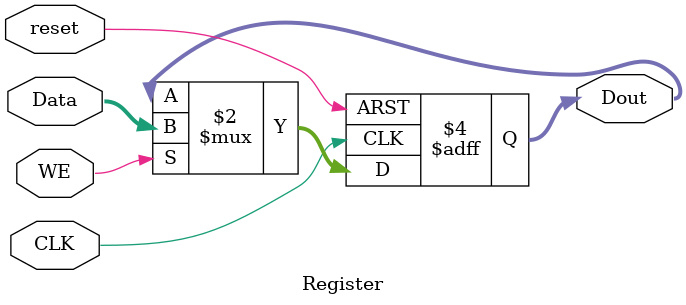
<source format=v>
`timescale 1ns / 1ps
module Register(
    input wire [31:0] Data , 
    output reg [31:0] Dout,
    input wire CLK,
    input wire WE, reset
    );
	 
	 		
		
      always @(posedge CLK, posedge reset)
		begin 
			if(reset) // reset
				Dout <= 32'b0; 
		  else if (WE) // normal function
			Dout <= Data;  
end
endmodule

</source>
